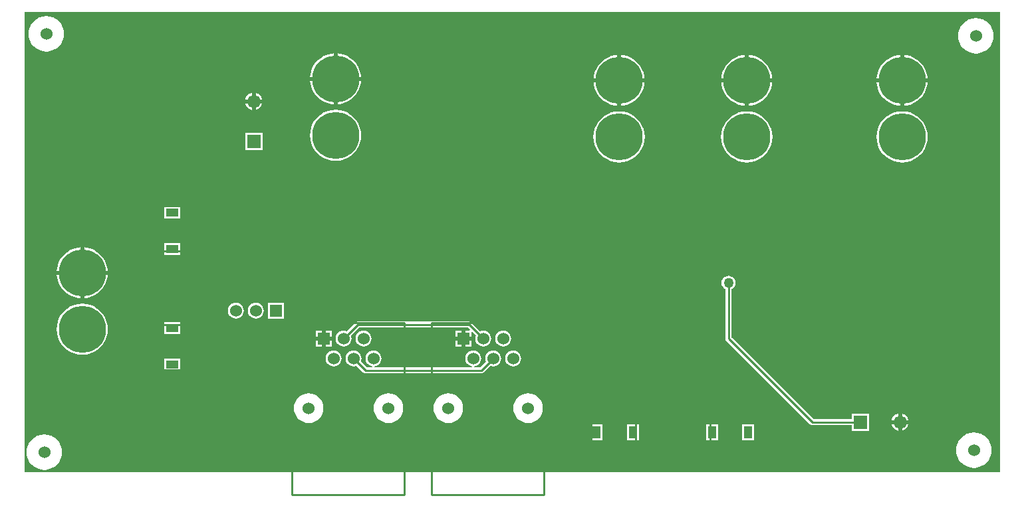
<source format=gbl>
G04*
G04 #@! TF.GenerationSoftware,Altium Limited,Altium Designer,19.1.8 (144)*
G04*
G04 Layer_Physical_Order=2*
G04 Layer_Color=16711680*
%FSLAX25Y25*%
%MOIN*%
G70*
G01*
G75*
%ADD10C,0.01000*%
%ADD11C,0.00394*%
%ADD14C,0.00197*%
%ADD45R,0.03937X0.05906*%
%ADD46R,0.05906X0.03937*%
%ADD47C,0.23622*%
%ADD48C,0.06000*%
%ADD49R,0.06000X0.06000*%
%ADD50C,0.06693*%
%ADD51R,0.06693X0.06693*%
%ADD52R,0.06693X0.06693*%
%ADD53C,0.05000*%
G36*
X491000Y1000D02*
X2000D01*
Y232000D01*
X491000D01*
Y1000D01*
D02*
G37*
%LPC*%
G36*
X13000Y229917D02*
X11260Y229746D01*
X9588Y229238D01*
X8046Y228414D01*
X6695Y227305D01*
X5586Y225954D01*
X4762Y224412D01*
X4254Y222740D01*
X4083Y221000D01*
X4254Y219260D01*
X4762Y217588D01*
X5586Y216046D01*
X6695Y214695D01*
X8046Y213586D01*
X9588Y212762D01*
X11260Y212254D01*
X13000Y212083D01*
X14740Y212254D01*
X16412Y212762D01*
X17954Y213586D01*
X19305Y214695D01*
X20414Y216046D01*
X21238Y217588D01*
X21746Y219260D01*
X21917Y221000D01*
X21746Y222740D01*
X21238Y224412D01*
X20414Y225954D01*
X19305Y227305D01*
X17954Y228414D01*
X16412Y229238D01*
X14740Y229746D01*
X13000Y229917D01*
D02*
G37*
G36*
X479000Y228917D02*
X477260Y228746D01*
X475588Y228238D01*
X474046Y227414D01*
X472695Y226305D01*
X471586Y224954D01*
X470762Y223412D01*
X470254Y221740D01*
X470083Y220000D01*
X470254Y218260D01*
X470762Y216588D01*
X471586Y215046D01*
X472695Y213695D01*
X474046Y212586D01*
X475588Y211762D01*
X477260Y211254D01*
X479000Y211083D01*
X480740Y211254D01*
X482412Y211762D01*
X483954Y212586D01*
X485305Y213695D01*
X486414Y215046D01*
X487238Y216588D01*
X487746Y218260D01*
X487917Y220000D01*
X487746Y221740D01*
X487238Y223412D01*
X486414Y224954D01*
X485305Y226305D01*
X483954Y227414D01*
X482412Y228238D01*
X480740Y228746D01*
X479000Y228917D01*
D02*
G37*
G36*
X159000Y211118D02*
Y199346D01*
X170772D01*
X170692Y200357D01*
X170222Y202318D01*
X169450Y204181D01*
X168396Y205900D01*
X167087Y207433D01*
X165553Y208743D01*
X163834Y209797D01*
X161971Y210568D01*
X160010Y211039D01*
X159000Y211118D01*
D02*
G37*
G36*
X157000D02*
X155990Y211039D01*
X154029Y210568D01*
X152166Y209797D01*
X150447Y208743D01*
X148913Y207433D01*
X147604Y205900D01*
X146550Y204181D01*
X145778Y202318D01*
X145308Y200357D01*
X145228Y199346D01*
X157000D01*
Y211118D01*
D02*
G37*
G36*
X365112Y210347D02*
Y198575D01*
X376884D01*
X376805Y199585D01*
X376334Y201546D01*
X375562Y203409D01*
X374509Y205128D01*
X373199Y206661D01*
X371666Y207971D01*
X369946Y209025D01*
X368083Y209796D01*
X366123Y210267D01*
X365112Y210347D01*
D02*
G37*
G36*
X301112D02*
Y198575D01*
X312884D01*
X312805Y199585D01*
X312334Y201546D01*
X311562Y203409D01*
X310509Y205128D01*
X309199Y206661D01*
X307666Y207971D01*
X305946Y209025D01*
X304083Y209796D01*
X302123Y210267D01*
X301112Y210347D01*
D02*
G37*
G36*
X443000D02*
Y198575D01*
X454772D01*
X454692Y199585D01*
X454222Y201546D01*
X453450Y203409D01*
X452396Y205128D01*
X451087Y206661D01*
X449553Y207971D01*
X447834Y209025D01*
X445971Y209796D01*
X444010Y210267D01*
X443000Y210347D01*
D02*
G37*
G36*
X441000D02*
X439990Y210267D01*
X438029Y209796D01*
X436166Y209025D01*
X434447Y207971D01*
X432913Y206661D01*
X431604Y205128D01*
X430550Y203409D01*
X429778Y201546D01*
X429308Y199585D01*
X429228Y198575D01*
X441000D01*
Y210347D01*
D02*
G37*
G36*
X363112D02*
X362102Y210267D01*
X360141Y209796D01*
X358278Y209025D01*
X356559Y207971D01*
X355026Y206661D01*
X353716Y205128D01*
X352662Y203409D01*
X351891Y201546D01*
X351420Y199585D01*
X351341Y198575D01*
X363112D01*
Y210347D01*
D02*
G37*
G36*
X299112D02*
X298102Y210267D01*
X296141Y209796D01*
X294278Y209025D01*
X292559Y207971D01*
X291026Y206661D01*
X289716Y205128D01*
X288662Y203409D01*
X287891Y201546D01*
X287420Y199585D01*
X287340Y198575D01*
X299112D01*
Y210347D01*
D02*
G37*
G36*
X118000Y191252D02*
Y188000D01*
X121252D01*
X121235Y188135D01*
X120797Y189192D01*
X120100Y190100D01*
X119192Y190797D01*
X118135Y191235D01*
X118000Y191252D01*
D02*
G37*
G36*
X116000D02*
X115865Y191235D01*
X114808Y190797D01*
X113900Y190100D01*
X113203Y189192D01*
X112765Y188135D01*
X112748Y188000D01*
X116000D01*
Y191252D01*
D02*
G37*
G36*
X170772Y197346D02*
X159000D01*
Y185574D01*
X160010Y185654D01*
X161971Y186125D01*
X163834Y186897D01*
X165553Y187950D01*
X167087Y189260D01*
X168396Y190793D01*
X169450Y192512D01*
X170222Y194375D01*
X170692Y196336D01*
X170772Y197346D01*
D02*
G37*
G36*
X157000D02*
X145228D01*
X145308Y196336D01*
X145778Y194375D01*
X146550Y192512D01*
X147604Y190793D01*
X148913Y189260D01*
X150447Y187950D01*
X152166Y186897D01*
X154029Y186125D01*
X155990Y185654D01*
X157000Y185574D01*
Y197346D01*
D02*
G37*
G36*
X376884Y196575D02*
X365112D01*
Y184803D01*
X366123Y184882D01*
X368083Y185353D01*
X369946Y186125D01*
X371666Y187178D01*
X373199Y188488D01*
X374509Y190021D01*
X375562Y191741D01*
X376334Y193604D01*
X376805Y195564D01*
X376884Y196575D01*
D02*
G37*
G36*
X312884D02*
X301112D01*
Y184803D01*
X302123Y184882D01*
X304083Y185353D01*
X305946Y186125D01*
X307666Y187178D01*
X309199Y188488D01*
X310509Y190021D01*
X311562Y191741D01*
X312334Y193604D01*
X312805Y195564D01*
X312884Y196575D01*
D02*
G37*
G36*
X454772D02*
X443000D01*
Y184803D01*
X444010Y184882D01*
X445971Y185353D01*
X447834Y186125D01*
X449553Y187178D01*
X451087Y188488D01*
X452396Y190021D01*
X453450Y191741D01*
X454222Y193604D01*
X454692Y195564D01*
X454772Y196575D01*
D02*
G37*
G36*
X441000D02*
X429228D01*
X429308Y195564D01*
X429778Y193604D01*
X430550Y191741D01*
X431604Y190021D01*
X432913Y188488D01*
X434447Y187178D01*
X436166Y186125D01*
X438029Y185353D01*
X439990Y184882D01*
X441000Y184803D01*
Y196575D01*
D02*
G37*
G36*
X363112D02*
X351341D01*
X351420Y195564D01*
X351891Y193604D01*
X352662Y191741D01*
X353716Y190021D01*
X355026Y188488D01*
X356559Y187178D01*
X358278Y186125D01*
X360141Y185353D01*
X362102Y184882D01*
X363112Y184803D01*
Y196575D01*
D02*
G37*
G36*
X299112D02*
X287340D01*
X287420Y195564D01*
X287891Y193604D01*
X288662Y191741D01*
X289716Y190021D01*
X291026Y188488D01*
X292559Y187178D01*
X294278Y186125D01*
X296141Y185353D01*
X298102Y184882D01*
X299112Y184803D01*
Y196575D01*
D02*
G37*
G36*
X121252Y186000D02*
X118000D01*
Y182748D01*
X118135Y182765D01*
X119192Y183203D01*
X120100Y183900D01*
X120797Y184808D01*
X121235Y185865D01*
X121252Y186000D01*
D02*
G37*
G36*
X116000D02*
X112748D01*
X112765Y185865D01*
X113203Y184808D01*
X113900Y183900D01*
X114808Y183203D01*
X115865Y182765D01*
X116000Y182748D01*
Y186000D01*
D02*
G37*
G36*
X121346Y171346D02*
X112654D01*
Y162654D01*
X121346D01*
Y171346D01*
D02*
G37*
G36*
X158000Y182851D02*
X155990Y182692D01*
X154029Y182222D01*
X152166Y181450D01*
X150447Y180396D01*
X148913Y179087D01*
X147604Y177553D01*
X146550Y175834D01*
X145778Y173971D01*
X145308Y172010D01*
X145149Y170000D01*
X145308Y167990D01*
X145778Y166029D01*
X146550Y164166D01*
X147604Y162447D01*
X148913Y160913D01*
X150447Y159604D01*
X152166Y158550D01*
X154029Y157778D01*
X155990Y157308D01*
X158000Y157149D01*
X160010Y157308D01*
X161971Y157778D01*
X163834Y158550D01*
X165553Y159604D01*
X167087Y160913D01*
X168396Y162447D01*
X169450Y164166D01*
X170222Y166029D01*
X170692Y167990D01*
X170851Y170000D01*
X170692Y172010D01*
X170222Y173971D01*
X169450Y175834D01*
X168396Y177553D01*
X167087Y179087D01*
X165553Y180396D01*
X163834Y181450D01*
X161971Y182222D01*
X160010Y182692D01*
X158000Y182851D01*
D02*
G37*
G36*
X442000Y182079D02*
X439990Y181921D01*
X438029Y181450D01*
X436166Y180678D01*
X434447Y179624D01*
X432913Y178315D01*
X431604Y176781D01*
X430550Y175062D01*
X429778Y173199D01*
X429308Y171238D01*
X429149Y169228D01*
X429308Y167218D01*
X429778Y165257D01*
X430550Y163394D01*
X431604Y161675D01*
X432913Y160141D01*
X434447Y158832D01*
X436166Y157778D01*
X438029Y157007D01*
X439990Y156536D01*
X442000Y156377D01*
X444010Y156536D01*
X445971Y157007D01*
X447834Y157778D01*
X449553Y158832D01*
X451087Y160141D01*
X452396Y161675D01*
X453450Y163394D01*
X454222Y165257D01*
X454692Y167218D01*
X454851Y169228D01*
X454692Y171238D01*
X454222Y173199D01*
X453450Y175062D01*
X452396Y176781D01*
X451087Y178315D01*
X449553Y179624D01*
X447834Y180678D01*
X445971Y181450D01*
X444010Y181921D01*
X442000Y182079D01*
D02*
G37*
G36*
X364112D02*
X362102Y181921D01*
X360141Y181450D01*
X358278Y180678D01*
X356559Y179624D01*
X355026Y178315D01*
X353716Y176781D01*
X352662Y175062D01*
X351891Y173199D01*
X351420Y171238D01*
X351262Y169228D01*
X351420Y167218D01*
X351891Y165257D01*
X352662Y163394D01*
X353716Y161675D01*
X355026Y160141D01*
X356559Y158832D01*
X358278Y157778D01*
X360141Y157007D01*
X362102Y156536D01*
X364112Y156377D01*
X366123Y156536D01*
X368083Y157007D01*
X369946Y157778D01*
X371666Y158832D01*
X373199Y160141D01*
X374509Y161675D01*
X375562Y163394D01*
X376334Y165257D01*
X376805Y167218D01*
X376963Y169228D01*
X376805Y171238D01*
X376334Y173199D01*
X375562Y175062D01*
X374509Y176781D01*
X373199Y178315D01*
X371666Y179624D01*
X369946Y180678D01*
X368083Y181450D01*
X366123Y181921D01*
X364112Y182079D01*
D02*
G37*
G36*
X300112D02*
X298102Y181921D01*
X296141Y181450D01*
X294278Y180678D01*
X292559Y179624D01*
X291026Y178315D01*
X289716Y176781D01*
X288662Y175062D01*
X287891Y173199D01*
X287420Y171238D01*
X287262Y169228D01*
X287420Y167218D01*
X287891Y165257D01*
X288662Y163394D01*
X289716Y161675D01*
X291026Y160141D01*
X292559Y158832D01*
X294278Y157778D01*
X296141Y157007D01*
X298102Y156536D01*
X300112Y156377D01*
X302123Y156536D01*
X304083Y157007D01*
X305946Y157778D01*
X307666Y158832D01*
X309199Y160141D01*
X310509Y161675D01*
X311562Y163394D01*
X312334Y165257D01*
X312805Y167218D01*
X312963Y169228D01*
X312805Y171238D01*
X312334Y173199D01*
X311562Y175062D01*
X310509Y176781D01*
X309199Y178315D01*
X307666Y179624D01*
X305946Y180678D01*
X304083Y181450D01*
X302123Y181921D01*
X300112Y182079D01*
D02*
G37*
G36*
X79972Y134079D02*
X72067D01*
Y128142D01*
X79972D01*
Y134079D01*
D02*
G37*
G36*
X79953Y115969D02*
X72047D01*
Y110031D01*
X79953D01*
Y115969D01*
D02*
G37*
G36*
X32000Y113772D02*
Y102000D01*
X43772D01*
X43692Y103010D01*
X43222Y104971D01*
X42450Y106834D01*
X41396Y108553D01*
X40087Y110087D01*
X38553Y111396D01*
X36834Y112450D01*
X34971Y113222D01*
X33010Y113692D01*
X32000Y113772D01*
D02*
G37*
G36*
X30000D02*
X28990Y113692D01*
X27029Y113222D01*
X25166Y112450D01*
X23447Y111396D01*
X21913Y110087D01*
X20604Y108553D01*
X19550Y106834D01*
X18778Y104971D01*
X18308Y103010D01*
X18228Y102000D01*
X30000D01*
Y113772D01*
D02*
G37*
G36*
X43772Y100000D02*
X32000D01*
Y88228D01*
X33010Y88308D01*
X34971Y88778D01*
X36834Y89550D01*
X38553Y90604D01*
X40087Y91913D01*
X41396Y93447D01*
X42450Y95166D01*
X43222Y97029D01*
X43692Y98990D01*
X43772Y100000D01*
D02*
G37*
G36*
X30000D02*
X18228D01*
X18308Y98990D01*
X18778Y97029D01*
X19550Y95166D01*
X20604Y93447D01*
X21913Y91913D01*
X23447Y90604D01*
X25166Y89550D01*
X27029Y88778D01*
X28990Y88308D01*
X30000Y88228D01*
Y100000D01*
D02*
G37*
G36*
X132000Y86000D02*
X124000D01*
Y78000D01*
X132000D01*
Y86000D01*
D02*
G37*
G36*
X118000Y86035D02*
X116956Y85897D01*
X115983Y85494D01*
X115147Y84853D01*
X114506Y84017D01*
X114103Y83044D01*
X113965Y82000D01*
X114103Y80956D01*
X114506Y79983D01*
X115147Y79147D01*
X115983Y78506D01*
X116956Y78103D01*
X118000Y77965D01*
X119044Y78103D01*
X120017Y78506D01*
X120853Y79147D01*
X121494Y79983D01*
X121897Y80956D01*
X122035Y82000D01*
X121897Y83044D01*
X121494Y84017D01*
X120853Y84853D01*
X120017Y85494D01*
X119044Y85897D01*
X118000Y86035D01*
D02*
G37*
G36*
X108000D02*
X106956Y85897D01*
X105983Y85494D01*
X105147Y84853D01*
X104506Y84017D01*
X104103Y83044D01*
X103965Y82000D01*
X104103Y80956D01*
X104506Y79983D01*
X105147Y79147D01*
X105983Y78506D01*
X106956Y78103D01*
X108000Y77965D01*
X109044Y78103D01*
X110017Y78506D01*
X110853Y79147D01*
X111494Y79983D01*
X111897Y80956D01*
X112034Y82000D01*
X111897Y83044D01*
X111494Y84017D01*
X110853Y84853D01*
X110017Y85494D01*
X109044Y85897D01*
X108000Y86035D01*
D02*
G37*
G36*
X79953Y76205D02*
X72047D01*
Y70268D01*
X79953D01*
Y76205D01*
D02*
G37*
G36*
X221000Y72000D02*
X218000D01*
Y69000D01*
X221000D01*
Y72000D01*
D02*
G37*
G36*
X156000D02*
X153000D01*
Y69000D01*
X156000D01*
Y72000D01*
D02*
G37*
G36*
X151000D02*
X148000D01*
Y69000D01*
X151000D01*
Y72000D01*
D02*
G37*
G36*
X226000Y67000D02*
X223000D01*
Y64000D01*
X226000D01*
Y67000D01*
D02*
G37*
G36*
X221000D02*
X218000D01*
Y64000D01*
X221000D01*
Y67000D01*
D02*
G37*
G36*
X156000D02*
X153000D01*
Y64000D01*
X156000D01*
Y67000D01*
D02*
G37*
G36*
X151000D02*
X148000D01*
Y64000D01*
X151000D01*
Y67000D01*
D02*
G37*
G36*
X242000Y72035D02*
X240956Y71897D01*
X239983Y71494D01*
X239147Y70853D01*
X238506Y70017D01*
X238103Y69044D01*
X237965Y68000D01*
X238103Y66956D01*
X238506Y65983D01*
X239147Y65147D01*
X239983Y64506D01*
X240956Y64103D01*
X242000Y63965D01*
X243044Y64103D01*
X244017Y64506D01*
X244853Y65147D01*
X245494Y65983D01*
X245897Y66956D01*
X246035Y68000D01*
X245897Y69044D01*
X245494Y70017D01*
X244853Y70853D01*
X244017Y71494D01*
X243044Y71897D01*
X242000Y72035D01*
D02*
G37*
G36*
X225000Y76529D02*
X169000D01*
X168415Y76413D01*
X167919Y76081D01*
X163532Y71695D01*
X163044Y71897D01*
X162000Y72035D01*
X160956Y71897D01*
X159983Y71494D01*
X159147Y70853D01*
X158506Y70017D01*
X158103Y69044D01*
X157966Y68000D01*
X158103Y66956D01*
X158506Y65983D01*
X159147Y65147D01*
X159983Y64506D01*
X160956Y64103D01*
X162000Y63965D01*
X163044Y64103D01*
X164017Y64506D01*
X164853Y65147D01*
X165494Y65983D01*
X165897Y66956D01*
X166034Y68000D01*
X165897Y69044D01*
X165695Y69532D01*
X169633Y73471D01*
X224366D01*
X225375Y72462D01*
X225184Y72000D01*
X223000D01*
Y69000D01*
X226000D01*
Y71184D01*
X226462Y71375D01*
X228305Y69532D01*
X228103Y69044D01*
X227965Y68000D01*
X228103Y66956D01*
X228506Y65983D01*
X229147Y65147D01*
X229983Y64506D01*
X230956Y64103D01*
X232000Y63965D01*
X233044Y64103D01*
X234017Y64506D01*
X234853Y65147D01*
X235494Y65983D01*
X235897Y66956D01*
X236034Y68000D01*
X235897Y69044D01*
X235494Y70017D01*
X234853Y70853D01*
X234017Y71494D01*
X233044Y71897D01*
X232000Y72035D01*
X230956Y71897D01*
X230468Y71695D01*
X226081Y76081D01*
X225585Y76413D01*
X225000Y76529D01*
D02*
G37*
G36*
X172000Y72035D02*
X170956Y71897D01*
X169983Y71494D01*
X169147Y70853D01*
X168506Y70017D01*
X168103Y69044D01*
X167965Y68000D01*
X168103Y66956D01*
X168506Y65983D01*
X169147Y65147D01*
X169983Y64506D01*
X170956Y64103D01*
X172000Y63965D01*
X173044Y64103D01*
X174017Y64506D01*
X174853Y65147D01*
X175494Y65983D01*
X175897Y66956D01*
X176034Y68000D01*
X175897Y69044D01*
X175494Y70017D01*
X174853Y70853D01*
X174017Y71494D01*
X173044Y71897D01*
X172000Y72035D01*
D02*
G37*
G36*
X31000Y85504D02*
X28990Y85346D01*
X27029Y84875D01*
X25166Y84104D01*
X23447Y83050D01*
X21913Y81740D01*
X20604Y80207D01*
X19550Y78488D01*
X18778Y76625D01*
X18308Y74664D01*
X18149Y72654D01*
X18308Y70643D01*
X18778Y68682D01*
X19550Y66820D01*
X20604Y65100D01*
X21913Y63567D01*
X23447Y62257D01*
X25166Y61203D01*
X27029Y60432D01*
X28990Y59961D01*
X31000Y59803D01*
X33010Y59961D01*
X34971Y60432D01*
X36834Y61203D01*
X38553Y62257D01*
X40087Y63567D01*
X41396Y65100D01*
X42450Y66820D01*
X43222Y68682D01*
X43692Y70643D01*
X43851Y72654D01*
X43692Y74664D01*
X43222Y76625D01*
X42450Y78488D01*
X41396Y80207D01*
X40087Y81740D01*
X38553Y83050D01*
X36834Y84104D01*
X34971Y84875D01*
X33010Y85346D01*
X31000Y85504D01*
D02*
G37*
G36*
X247000Y62034D02*
X245956Y61897D01*
X244983Y61494D01*
X244147Y60853D01*
X243506Y60017D01*
X243103Y59044D01*
X242966Y58000D01*
X243103Y56956D01*
X243506Y55983D01*
X244147Y55147D01*
X244983Y54506D01*
X245956Y54103D01*
X247000Y53966D01*
X248044Y54103D01*
X249017Y54506D01*
X249853Y55147D01*
X250494Y55983D01*
X250897Y56956D01*
X251034Y58000D01*
X250897Y59044D01*
X250494Y60017D01*
X249853Y60853D01*
X249017Y61494D01*
X248044Y61897D01*
X247000Y62034D01*
D02*
G37*
G36*
X157000D02*
X155956Y61897D01*
X154983Y61494D01*
X154147Y60853D01*
X153506Y60017D01*
X153103Y59044D01*
X152965Y58000D01*
X153103Y56956D01*
X153506Y55983D01*
X154147Y55147D01*
X154983Y54506D01*
X155956Y54103D01*
X157000Y53966D01*
X158044Y54103D01*
X159017Y54506D01*
X159853Y55147D01*
X160494Y55983D01*
X160897Y56956D01*
X161035Y58000D01*
X160897Y59044D01*
X160494Y60017D01*
X159853Y60853D01*
X159017Y61494D01*
X158044Y61897D01*
X157000Y62034D01*
D02*
G37*
G36*
X237000D02*
X235956Y61897D01*
X234983Y61494D01*
X234147Y60853D01*
X233506Y60017D01*
X233103Y59044D01*
X232965Y58000D01*
X233103Y56956D01*
X233305Y56468D01*
X230366Y53529D01*
X227518D01*
X227485Y54029D01*
X228044Y54103D01*
X229017Y54506D01*
X229853Y55147D01*
X230494Y55983D01*
X230897Y56956D01*
X231034Y58000D01*
X230897Y59044D01*
X230494Y60017D01*
X229853Y60853D01*
X229017Y61494D01*
X228044Y61897D01*
X227000Y62034D01*
X225956Y61897D01*
X224983Y61494D01*
X224147Y60853D01*
X223506Y60017D01*
X223103Y59044D01*
X222966Y58000D01*
X223103Y56956D01*
X223506Y55983D01*
X224147Y55147D01*
X224983Y54506D01*
X225956Y54103D01*
X226515Y54029D01*
X226482Y53529D01*
X177518D01*
X177486Y54029D01*
X178044Y54103D01*
X179017Y54506D01*
X179853Y55147D01*
X180494Y55983D01*
X180897Y56956D01*
X181035Y58000D01*
X180897Y59044D01*
X180494Y60017D01*
X179853Y60853D01*
X179017Y61494D01*
X178044Y61897D01*
X177000Y62034D01*
X175956Y61897D01*
X174983Y61494D01*
X174147Y60853D01*
X173506Y60017D01*
X173103Y59044D01*
X172966Y58000D01*
X173103Y56956D01*
X173506Y55983D01*
X174147Y55147D01*
X174983Y54506D01*
X175956Y54103D01*
X176514Y54029D01*
X176482Y53529D01*
X173634D01*
X170695Y56468D01*
X170897Y56956D01*
X171035Y58000D01*
X170897Y59044D01*
X170494Y60017D01*
X169853Y60853D01*
X169017Y61494D01*
X168044Y61897D01*
X167000Y62034D01*
X165956Y61897D01*
X164983Y61494D01*
X164147Y60853D01*
X163506Y60017D01*
X163103Y59044D01*
X162966Y58000D01*
X163103Y56956D01*
X163506Y55983D01*
X164147Y55147D01*
X164983Y54506D01*
X165956Y54103D01*
X167000Y53966D01*
X168044Y54103D01*
X168532Y54305D01*
X171919Y50919D01*
X172415Y50587D01*
X173000Y50471D01*
X231000D01*
X231585Y50587D01*
X232081Y50919D01*
X235468Y54305D01*
X235956Y54103D01*
X237000Y53966D01*
X238044Y54103D01*
X239017Y54506D01*
X239853Y55147D01*
X240494Y55983D01*
X240897Y56956D01*
X241035Y58000D01*
X240897Y59044D01*
X240494Y60017D01*
X239853Y60853D01*
X239017Y61494D01*
X238044Y61897D01*
X237000Y62034D01*
D02*
G37*
G36*
X79972Y57898D02*
X72067D01*
Y51961D01*
X79972D01*
Y57898D01*
D02*
G37*
G36*
X442000Y30252D02*
Y27000D01*
X445252D01*
X445235Y27135D01*
X444797Y28192D01*
X444100Y29100D01*
X443192Y29797D01*
X442135Y30235D01*
X442000Y30252D01*
D02*
G37*
G36*
X440000D02*
X439865Y30235D01*
X438808Y29797D01*
X437900Y29100D01*
X437203Y28192D01*
X436765Y27135D01*
X436748Y27000D01*
X440000D01*
Y30252D01*
D02*
G37*
G36*
X254500Y40433D02*
X253050Y40291D01*
X251655Y39868D01*
X250370Y39181D01*
X249244Y38256D01*
X248319Y37130D01*
X247632Y35845D01*
X247209Y34450D01*
X247067Y33000D01*
X247209Y31550D01*
X247632Y30155D01*
X248319Y28870D01*
X249244Y27744D01*
X250370Y26819D01*
X251655Y26132D01*
X253050Y25709D01*
X254500Y25567D01*
X255950Y25709D01*
X257345Y26132D01*
X258630Y26819D01*
X259756Y27744D01*
X260681Y28870D01*
X261368Y30155D01*
X261791Y31550D01*
X261933Y33000D01*
X261791Y34450D01*
X261368Y35845D01*
X260681Y37130D01*
X259756Y38256D01*
X258630Y39181D01*
X257345Y39868D01*
X255950Y40291D01*
X254500Y40433D01*
D02*
G37*
G36*
X214500D02*
X213050Y40291D01*
X211655Y39868D01*
X210370Y39181D01*
X209244Y38256D01*
X208319Y37130D01*
X207632Y35845D01*
X207209Y34450D01*
X207067Y33000D01*
X207209Y31550D01*
X207632Y30155D01*
X208319Y28870D01*
X209244Y27744D01*
X210370Y26819D01*
X211655Y26132D01*
X213050Y25709D01*
X214500Y25567D01*
X215950Y25709D01*
X217345Y26132D01*
X218630Y26819D01*
X219756Y27744D01*
X220681Y28870D01*
X221368Y30155D01*
X221791Y31550D01*
X221933Y33000D01*
X221791Y34450D01*
X221368Y35845D01*
X220681Y37130D01*
X219756Y38256D01*
X218630Y39181D01*
X217345Y39868D01*
X215950Y40291D01*
X214500Y40433D01*
D02*
G37*
G36*
X184500D02*
X183050Y40291D01*
X181655Y39868D01*
X180370Y39181D01*
X179244Y38256D01*
X178319Y37130D01*
X177632Y35845D01*
X177209Y34450D01*
X177067Y33000D01*
X177209Y31550D01*
X177632Y30155D01*
X178319Y28870D01*
X179244Y27744D01*
X180370Y26819D01*
X181655Y26132D01*
X183050Y25709D01*
X184500Y25567D01*
X185950Y25709D01*
X187345Y26132D01*
X188630Y26819D01*
X189756Y27744D01*
X190681Y28870D01*
X191368Y30155D01*
X191791Y31550D01*
X191933Y33000D01*
X191791Y34450D01*
X191368Y35845D01*
X190681Y37130D01*
X189756Y38256D01*
X188630Y39181D01*
X187345Y39868D01*
X185950Y40291D01*
X184500Y40433D01*
D02*
G37*
G36*
X144500D02*
X143050Y40291D01*
X141655Y39868D01*
X140370Y39181D01*
X139244Y38256D01*
X138319Y37130D01*
X137632Y35845D01*
X137209Y34450D01*
X137067Y33000D01*
X137209Y31550D01*
X137632Y30155D01*
X138319Y28870D01*
X139244Y27744D01*
X140370Y26819D01*
X141655Y26132D01*
X143050Y25709D01*
X144500Y25567D01*
X145950Y25709D01*
X147345Y26132D01*
X148630Y26819D01*
X149756Y27744D01*
X150681Y28870D01*
X151368Y30155D01*
X151791Y31550D01*
X151933Y33000D01*
X151791Y34450D01*
X151368Y35845D01*
X150681Y37130D01*
X149756Y38256D01*
X148630Y39181D01*
X147345Y39868D01*
X145950Y40291D01*
X144500Y40433D01*
D02*
G37*
G36*
X445252Y25000D02*
X442000D01*
Y21748D01*
X442135Y21765D01*
X443192Y22203D01*
X444100Y22900D01*
X444797Y23808D01*
X445235Y24865D01*
X445252Y25000D01*
D02*
G37*
G36*
X440000D02*
X436748D01*
X436765Y24865D01*
X437203Y23808D01*
X437900Y22900D01*
X438808Y22203D01*
X439865Y21765D01*
X440000Y21748D01*
Y25000D01*
D02*
G37*
G36*
X355000Y99530D02*
X354086Y99410D01*
X353235Y99057D01*
X352504Y98496D01*
X351943Y97765D01*
X351590Y96914D01*
X351470Y96000D01*
X351590Y95086D01*
X351943Y94235D01*
X352504Y93504D01*
X353235Y92943D01*
X353471Y92845D01*
Y68000D01*
X353587Y67415D01*
X353919Y66919D01*
X395919Y24919D01*
X396415Y24587D01*
X397000Y24471D01*
X416653D01*
Y21654D01*
X425347D01*
Y30346D01*
X416653D01*
Y27529D01*
X397634D01*
X356529Y68634D01*
Y92845D01*
X356765Y92943D01*
X357496Y93504D01*
X358057Y94235D01*
X358410Y95086D01*
X358530Y96000D01*
X358410Y96914D01*
X358057Y97765D01*
X357496Y98496D01*
X356765Y99057D01*
X355914Y99410D01*
X355000Y99530D01*
D02*
G37*
G36*
X349724Y24972D02*
X343787D01*
Y17067D01*
X349724D01*
Y24972D01*
D02*
G37*
G36*
X309961D02*
X304024D01*
Y17067D01*
X309961D01*
Y24972D01*
D02*
G37*
G36*
X367835Y24953D02*
X361898D01*
Y17047D01*
X367835D01*
Y24953D01*
D02*
G37*
G36*
X291653D02*
X285717D01*
Y17047D01*
X291653D01*
Y24953D01*
D02*
G37*
G36*
X478000Y20917D02*
X476260Y20746D01*
X474588Y20238D01*
X473046Y19414D01*
X471695Y18305D01*
X470586Y16954D01*
X469762Y15412D01*
X469254Y13740D01*
X469083Y12000D01*
X469254Y10260D01*
X469762Y8588D01*
X470586Y7046D01*
X471695Y5695D01*
X473046Y4586D01*
X474588Y3762D01*
X476260Y3254D01*
X478000Y3083D01*
X479740Y3254D01*
X481412Y3762D01*
X482954Y4586D01*
X484305Y5695D01*
X485414Y7046D01*
X486238Y8588D01*
X486746Y10260D01*
X486917Y12000D01*
X486746Y13740D01*
X486238Y15412D01*
X485414Y16954D01*
X484305Y18305D01*
X482954Y19414D01*
X481412Y20238D01*
X479740Y20746D01*
X478000Y20917D01*
D02*
G37*
G36*
X12000Y19917D02*
X10260Y19746D01*
X8588Y19238D01*
X7046Y18414D01*
X5695Y17305D01*
X4586Y15954D01*
X3762Y14412D01*
X3254Y12740D01*
X3083Y11000D01*
X3254Y9260D01*
X3762Y7588D01*
X4586Y6046D01*
X5695Y4695D01*
X7046Y3586D01*
X8588Y2762D01*
X10260Y2254D01*
X12000Y2083D01*
X13740Y2254D01*
X15412Y2762D01*
X16954Y3586D01*
X18305Y4695D01*
X19414Y6046D01*
X20238Y7588D01*
X20746Y9260D01*
X20917Y11000D01*
X20746Y12740D01*
X20238Y14412D01*
X19414Y15954D01*
X18305Y17305D01*
X16954Y18414D01*
X15412Y19238D01*
X13740Y19746D01*
X12000Y19917D01*
D02*
G37*
%LPD*%
D10*
X231000Y52000D02*
X237000Y58000D01*
X173000Y52000D02*
X231000D01*
X167000Y58000D02*
X173000Y52000D01*
X355000Y68000D02*
X397000Y26000D01*
X421000D01*
X225000Y75000D02*
X232000Y68000D01*
X169000Y75000D02*
X225000D01*
X162000Y68000D02*
X169000Y75000D01*
X355000Y68000D02*
Y96000D01*
X370772Y9661D02*
Y32339D01*
X282780Y9504D02*
X370772D01*
X282780D02*
Y32181D01*
Y32339D02*
X370772D01*
X64681Y137016D02*
X87358D01*
X87516Y49024D02*
Y137016D01*
X64839Y49024D02*
X87516D01*
X64681D02*
Y137016D01*
X268244Y72701D02*
Y86480D01*
Y72701D02*
X274150Y66795D01*
X273756Y91992D02*
X293835D01*
X268244Y86480D02*
X273756Y91992D01*
X293835Y66795D02*
Y91992D01*
X274150Y66795D02*
X293835D01*
X199520Y176165D02*
X213299D01*
X219205Y182071D01*
X194008Y181677D02*
Y201756D01*
Y181677D02*
X199520Y176165D01*
X194008Y201756D02*
X219205D01*
Y182071D02*
Y201756D01*
X454244Y48701D02*
Y62480D01*
Y48701D02*
X460150Y42795D01*
X459756Y67992D02*
X479835D01*
X454244Y62480D02*
X459756Y67992D01*
X479835Y42795D02*
Y67992D01*
X460150Y42795D02*
X479835D01*
X241520Y176244D02*
X255299D01*
X261205Y182150D01*
X236008Y181756D02*
Y201835D01*
Y181756D02*
X241520Y176244D01*
X236008Y201835D02*
X261205D01*
Y182150D02*
Y201835D01*
X345791Y9583D02*
Y32260D01*
Y9583D02*
X368291D01*
X346018Y32417D02*
X368134D01*
X368291Y9583D02*
Y32260D01*
X308596Y9504D02*
Y32181D01*
X308439Y32339D02*
X308596Y32181D01*
X286323Y32339D02*
X308439D01*
X286097Y9504D02*
X308596D01*
X286097D02*
Y32181D01*
X64760Y112035D02*
X87437D01*
Y134535D01*
X64602Y112262D02*
Y134378D01*
X64760Y134535D02*
X87437D01*
X64839Y74840D02*
X87516D01*
X64681Y74683D02*
X64839Y74840D01*
X64681Y52567D02*
Y74683D01*
X87516Y52341D02*
Y74840D01*
X64839Y52341D02*
X87516D01*
X422000Y152575D02*
X462000D01*
X280112D02*
X320112D01*
X138000Y153347D02*
X178000D01*
X344112Y152575D02*
X384112D01*
X11000Y56000D02*
X51000D01*
X126488Y129961D02*
X159165D01*
Y97284D02*
Y129961D01*
X126488Y97284D02*
X159165D01*
X126488D02*
Y129961D01*
X315039Y69441D02*
Y102118D01*
X347716D01*
Y69441D02*
Y102118D01*
X315039Y69441D02*
X347716D01*
X103000Y87000D02*
X133001D01*
Y77000D02*
Y87000D01*
X103000Y77000D02*
X133001D01*
X103000D02*
Y87000D01*
X18000Y47597D02*
Y53595D01*
X20999D01*
X21999Y52595D01*
Y50596D01*
X20999Y49596D01*
X18000D01*
X19999D02*
X21999Y47597D01*
X26997D02*
X24998D01*
X23998Y48597D01*
Y50596D01*
X24998Y51596D01*
X26997D01*
X27997Y50596D01*
Y49596D01*
X23998D01*
X30996Y51596D02*
X32995D01*
X33995Y50596D01*
Y47597D01*
X30996D01*
X29996Y48597D01*
X30996Y49596D01*
X33995D01*
X35994Y51596D02*
Y47597D01*
Y49596D01*
X36994Y50596D01*
X37993Y51596D01*
X38993D01*
X18000Y37999D02*
X19999D01*
X19000D01*
Y43997D01*
X18000D01*
X22998Y37999D02*
X24998D01*
X23998D01*
Y41998D01*
X22998D01*
X29996Y36000D02*
X30996D01*
X31995Y37000D01*
Y41998D01*
X28996D01*
X27997Y40998D01*
Y38999D01*
X28996Y37999D01*
X31995D01*
X33995Y43997D02*
Y37999D01*
Y40998D01*
X34995Y41998D01*
X36994D01*
X37993Y40998D01*
Y37999D01*
X40993Y42998D02*
Y41998D01*
X39993D01*
X41992D01*
X40993D01*
Y38999D01*
X41992Y37999D01*
X316999Y229596D02*
X313000D01*
Y226597D01*
X314999D01*
X313000D01*
Y223598D01*
X318998Y227596D02*
Y223598D01*
Y225597D01*
X319998Y226597D01*
X320997Y227596D01*
X321997D01*
X325996Y223598D02*
X327995D01*
X328995Y224597D01*
Y226597D01*
X327995Y227596D01*
X325996D01*
X324996Y226597D01*
Y224597D01*
X325996Y223598D01*
X330994D02*
Y227596D01*
X333993D01*
X334993Y226597D01*
Y223598D01*
X337992Y228596D02*
Y227596D01*
X336992D01*
X338992D01*
X337992D01*
Y224597D01*
X338992Y223598D01*
X313000Y219998D02*
Y214000D01*
X315999D01*
X316999Y215000D01*
Y215999D01*
X315999Y216999D01*
X313000D01*
X315999D01*
X316999Y217999D01*
Y218998D01*
X315999Y219998D01*
X313000D01*
X319998Y214000D02*
X321997D01*
X322997Y215000D01*
Y216999D01*
X321997Y217999D01*
X319998D01*
X318998Y216999D01*
Y215000D01*
X319998Y214000D01*
X325996Y217999D02*
X327995D01*
X328995Y216999D01*
Y214000D01*
X325996D01*
X324996Y215000D01*
X325996Y215999D01*
X328995D01*
X330994Y217999D02*
Y214000D01*
Y215999D01*
X331994Y216999D01*
X332994Y217999D01*
X333993D01*
X340991Y219998D02*
Y214000D01*
X337992D01*
X336992Y215000D01*
Y216999D01*
X337992Y217999D01*
X340991D01*
X381000Y222000D02*
Y227998D01*
X382999Y225999D01*
X384999Y227998D01*
Y222000D01*
X390997Y226998D02*
X389997Y227998D01*
X387998D01*
X386998Y226998D01*
Y223000D01*
X387998Y222000D01*
X389997D01*
X390997Y223000D01*
X392996Y224999D02*
X396995D01*
X402993Y222000D02*
X398994D01*
X402993Y225999D01*
Y226998D01*
X401993Y227998D01*
X399994D01*
X398994Y226998D01*
X445000Y222000D02*
Y227998D01*
X446999Y225999D01*
X448999Y227998D01*
Y222000D01*
X454997Y226998D02*
X453997Y227998D01*
X451998D01*
X450998Y226998D01*
Y223000D01*
X451998Y222000D01*
X453997D01*
X454997Y223000D01*
X456996Y224999D02*
X460995D01*
X462994Y222000D02*
X464993D01*
X463994D01*
Y227998D01*
X462994Y226998D01*
X136000Y-10500D02*
Y33500D01*
Y-10500D02*
X192500D01*
Y76000D01*
X136000D02*
X192500D01*
X136000Y33000D02*
Y76000D01*
X206000Y-10500D02*
Y33500D01*
Y-10500D02*
X262500D01*
Y76000D01*
X206000D02*
X262500D01*
X206000Y33000D02*
Y76000D01*
D11*
X216256Y108961D02*
X232004D01*
X216256D02*
Y129039D01*
X232004D01*
Y108961D02*
Y129039D01*
X380858Y98988D02*
X396606D01*
X380858D02*
Y119067D01*
X396606D01*
Y98988D02*
Y119067D01*
X120480Y59126D02*
Y67591D01*
X115520Y59126D02*
Y67591D01*
X120480D01*
X115520Y59126D02*
X120480D01*
X190020Y121268D02*
Y129732D01*
X194980Y121268D02*
Y129732D01*
X190020Y121268D02*
X194980D01*
X190020Y129732D02*
X194980D01*
X358520Y115768D02*
Y124232D01*
X363480Y115768D02*
Y124232D01*
X358520Y115768D02*
X363480D01*
X358520Y124232D02*
X363480D01*
X378520Y80843D02*
X383480D01*
X378520Y89307D02*
X383480D01*
X378520Y80843D02*
Y89307D01*
X383480Y80843D02*
Y89307D01*
X442874Y103520D02*
Y108480D01*
X434409Y103520D02*
Y108480D01*
Y103520D02*
X442874D01*
X434409Y108480D02*
X442874D01*
X216520Y92626D02*
X221480D01*
X216520Y101091D02*
X221480D01*
X216520Y92626D02*
Y101091D01*
X221480Y92626D02*
Y101091D01*
X245520Y92626D02*
X250480D01*
X245520Y101091D02*
X250480D01*
X245520Y92626D02*
Y101091D01*
X250480Y92626D02*
Y101091D01*
X270874Y114520D02*
Y119480D01*
X262409Y114520D02*
Y119480D01*
Y114520D02*
X270874D01*
X262409Y119480D02*
X270874D01*
X406520Y81126D02*
X411480D01*
X406520Y89591D02*
X411480D01*
X406520Y81126D02*
Y89591D01*
X411480Y81126D02*
Y89591D01*
X413768Y103520D02*
Y108480D01*
X422232Y103520D02*
Y108480D01*
X413768D02*
X422232D01*
X413768Y103520D02*
X422232D01*
X226520Y101091D02*
X231480D01*
X226520Y92626D02*
X231480D01*
Y101091D01*
X226520Y92626D02*
Y101091D01*
X246410Y114520D02*
Y119480D01*
X254874Y114520D02*
Y119480D01*
X246410D02*
X254874D01*
X246410Y114520D02*
X254874D01*
X387520Y89591D02*
X392480D01*
X387520Y81126D02*
X392480D01*
Y89591D01*
X387520Y81126D02*
Y89591D01*
X208382Y105417D02*
Y132976D01*
Y105417D02*
X239484D01*
Y132976D01*
X208382D02*
X239484D01*
X372984Y95445D02*
Y123004D01*
Y95445D02*
X404087D01*
Y123004D01*
X372984D02*
X404087D01*
X116032Y63358D02*
X119968D01*
X118000Y61390D02*
Y65327D01*
X190532Y125500D02*
X194468D01*
X192500Y123531D02*
Y127469D01*
X359032Y120000D02*
X362968D01*
X361000Y118032D02*
Y121968D01*
X381000Y83106D02*
Y87043D01*
X379031Y85075D02*
X382968D01*
X436673Y106000D02*
X440610D01*
X438642Y104032D02*
Y107968D01*
X219000Y94890D02*
Y98827D01*
X217032Y96858D02*
X220969D01*
X248000Y94890D02*
Y98827D01*
X246031Y96858D02*
X249969D01*
X264673Y117000D02*
X268610D01*
X266642Y115032D02*
Y118968D01*
X409000Y83390D02*
Y87327D01*
X407031Y85358D02*
X410968D01*
X416032Y106000D02*
X419969D01*
X418000Y104032D02*
Y107968D01*
X229000Y94890D02*
Y98827D01*
X227031Y96858D02*
X230968D01*
X248673Y117000D02*
X252610D01*
X250642Y115032D02*
Y118968D01*
X390000Y83390D02*
Y87327D01*
X388032Y85358D02*
X391968D01*
D14*
X121543Y56665D02*
Y70051D01*
X114457Y56665D02*
Y70051D01*
X121543D01*
X114457Y56665D02*
X121543D01*
X188760Y118807D02*
Y132193D01*
X196240Y118807D02*
Y132193D01*
X188760Y118807D02*
X196240D01*
X188760Y132193D02*
X196240D01*
X357260Y113307D02*
Y126693D01*
X364740Y113307D02*
Y126693D01*
X357260Y113307D02*
X364740D01*
X357260Y126693D02*
X364740D01*
X377457Y78382D02*
X384543D01*
X377457Y91768D02*
X384543D01*
X377457Y78382D02*
Y91768D01*
X384543Y78382D02*
Y91768D01*
X445335Y102457D02*
Y109543D01*
X431949Y102457D02*
Y109543D01*
Y102457D02*
X445335D01*
X431949Y109543D02*
X445335D01*
X215457Y90165D02*
X222543D01*
X215457Y103551D02*
X222543D01*
X215457Y90165D02*
Y103551D01*
X222543Y90165D02*
Y103551D01*
X244457Y90165D02*
X251543D01*
X244457Y103551D02*
X251543D01*
X244457Y90165D02*
Y103551D01*
X251543Y90165D02*
Y103551D01*
X273335Y113457D02*
Y120543D01*
X259949Y113457D02*
Y120543D01*
Y113457D02*
X273335D01*
X259949Y120543D02*
X273335D01*
X405457Y78665D02*
X412543D01*
X405457Y92051D02*
X412543D01*
X405457Y78665D02*
Y92051D01*
X412543Y78665D02*
Y92051D01*
X411307Y102260D02*
Y109740D01*
X424693Y102260D02*
Y109740D01*
X411307D02*
X424693D01*
X411307Y102260D02*
X424693D01*
X225260Y103551D02*
X232740D01*
X225260Y90165D02*
X232740D01*
Y103551D01*
X225260Y90165D02*
Y103551D01*
X243949Y113260D02*
Y120740D01*
X257335Y113260D02*
Y120740D01*
X243949D02*
X257335D01*
X243949Y113260D02*
X257335D01*
X386260Y92051D02*
X393740D01*
X386260Y78665D02*
X393740D01*
Y92051D01*
X386260Y78665D02*
Y92051D01*
D45*
X346756Y21020D02*
D03*
X364866Y21000D02*
D03*
X306992Y21020D02*
D03*
X288685Y21000D02*
D03*
D46*
X76000Y113000D02*
D03*
X76020Y131110D02*
D03*
X76000Y73236D02*
D03*
X76020Y54929D02*
D03*
D47*
X442000Y197575D02*
D03*
Y169228D02*
D03*
X300112Y197575D02*
D03*
Y169228D02*
D03*
X158000Y198346D02*
D03*
Y170000D02*
D03*
X364112Y197575D02*
D03*
Y169228D02*
D03*
X31000Y101000D02*
D03*
Y72654D02*
D03*
D48*
X108000Y82000D02*
D03*
X118000D02*
D03*
X177000Y58000D02*
D03*
X167000D02*
D03*
X157000D02*
D03*
X172000Y68000D02*
D03*
X162000D02*
D03*
X184500Y33000D02*
D03*
X144500D02*
D03*
X247000Y58000D02*
D03*
X237000D02*
D03*
X227000D02*
D03*
X242000Y68000D02*
D03*
X232000D02*
D03*
X254500Y33000D02*
D03*
X214500D02*
D03*
X13000Y221000D02*
D03*
X12000Y11000D02*
D03*
X479000Y220000D02*
D03*
X478000Y12000D02*
D03*
D49*
X128000Y82000D02*
D03*
X152000Y68000D02*
D03*
X222000D02*
D03*
D50*
X441000Y26000D02*
D03*
X117000Y187000D02*
D03*
D51*
X421000Y26000D02*
D03*
D52*
X117000Y167000D02*
D03*
D53*
X355000Y96000D02*
D03*
M02*

</source>
